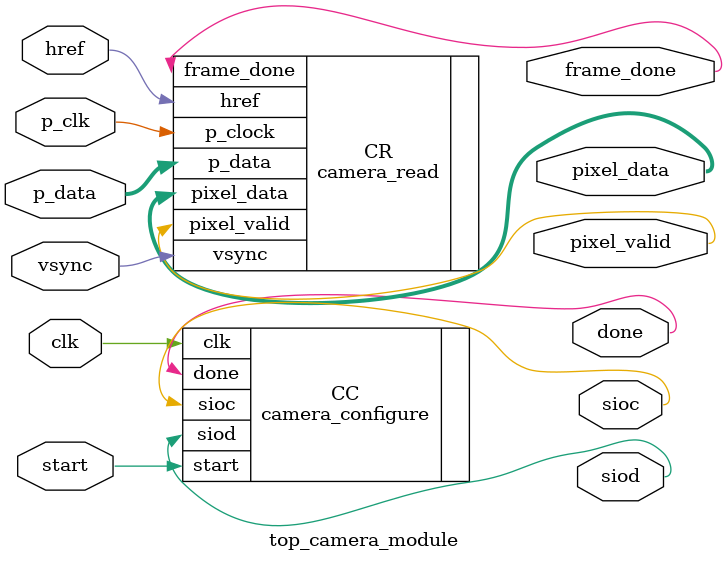
<source format=v>
module top_camera_module ( 
    input clk,
    input start,
    input p_clk,
    input vsync,
	input href,
	input [7:0] p_data,
    output sioc,
    output siod,
    output done,
    output [15:0] pixel_data,
    output pixel_valid,
    output frame_done
    );
    
    camera_configure CC ( .clk(clk),
      .start(start),
      .sioc(sioc), 
      .siod(siod), 
      .done(done)
    );

    camera_read CR(
	.p_clock(p_clk),
	.vsync(vsync),
	.href(href),
	.p_data(p_data),
	.pixel_data(pixel_data),
	.pixel_valid(pixel_valid),
	.frame_done(frame_done)
    );

    // use clock wizard to generate xclk of 25MHz
endmodule
</source>
